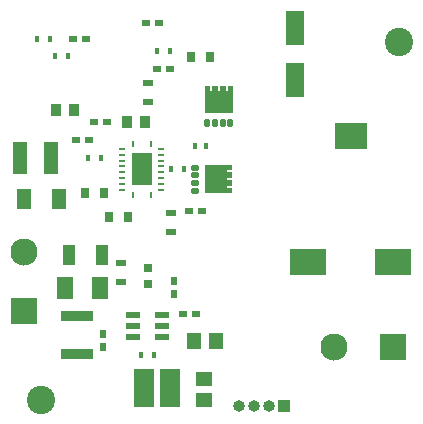
<source format=gts>
%TF.GenerationSoftware,KiCad,Pcbnew,9.0.0*%
%TF.CreationDate,2025-03-07T10:14:08+01:00*%
%TF.ProjectId,converter1A,636f6e76-6572-4746-9572-31412e6b6963,rev?*%
%TF.SameCoordinates,Original*%
%TF.FileFunction,Soldermask,Top*%
%TF.FilePolarity,Negative*%
%FSLAX46Y46*%
G04 Gerber Fmt 4.6, Leading zero omitted, Abs format (unit mm)*
G04 Created by KiCad (PCBNEW 9.0.0) date 2025-03-07 10:14:08*
%MOMM*%
%LPD*%
G01*
G04 APERTURE LIST*
G04 Aperture macros list*
%AMRoundRect*
0 Rectangle with rounded corners*
0 $1 Rounding radius*
0 $2 $3 $4 $5 $6 $7 $8 $9 X,Y pos of 4 corners*
0 Add a 4 corners polygon primitive as box body*
4,1,4,$2,$3,$4,$5,$6,$7,$8,$9,$2,$3,0*
0 Add four circle primitives for the rounded corners*
1,1,$1+$1,$2,$3*
1,1,$1+$1,$4,$5*
1,1,$1+$1,$6,$7*
1,1,$1+$1,$8,$9*
0 Add four rect primitives between the rounded corners*
20,1,$1+$1,$2,$3,$4,$5,0*
20,1,$1+$1,$4,$5,$6,$7,0*
20,1,$1+$1,$6,$7,$8,$9,0*
20,1,$1+$1,$8,$9,$2,$3,0*%
%AMFreePoly0*
4,1,17,1.371000,0.720000,0.950000,0.720000,0.950000,0.580000,1.370000,0.580000,1.370000,0.080000,0.950000,0.080000,0.950000,-0.080000,1.370000,-0.080000,1.370000,-0.580000,0.950000,-0.580000,0.950000,-0.720000,1.370000,-0.720000,1.370000,-1.225000,-0.950000,-1.225000,-0.950000,1.225000,1.371000,1.225000,1.371000,0.720000,1.371000,0.720000,$1*%
G04 Aperture macros list end*
%ADD10R,1.200000X0.600000*%
%ADD11R,0.850000X1.000000*%
%ADD12R,0.600000X0.750000*%
%ADD13R,0.800000X0.950000*%
%ADD14R,0.750000X0.600000*%
%ADD15R,0.940000X0.540000*%
%ADD16C,2.400000*%
%ADD17R,1.170000X1.820000*%
%ADD18R,2.300000X2.300000*%
%ADD19C,2.300000*%
%ADD20R,0.420000X0.620000*%
%ADD21R,1.070000X1.820000*%
%ADD22R,1.750000X3.200000*%
%ADD23R,2.820000X0.810000*%
%ADD24R,1.450000X1.150000*%
%ADD25R,1.400000X1.950000*%
%ADD26RoundRect,0.125000X-0.190000X-0.125000X0.190000X-0.125000X0.190000X0.125000X-0.190000X0.125000X0*%
%ADD27FreePoly0,0.000000*%
%ADD28R,1.150000X1.450000*%
%ADD29R,1.600000X3.000000*%
%ADD30R,0.450000X0.600000*%
%ADD31R,1.000000X1.000000*%
%ADD32O,1.000000X1.000000*%
%ADD33R,0.700000X0.650000*%
%ADD34R,0.250000X0.600000*%
%ADD35R,0.600000X0.250000*%
%ADD36R,1.700000X2.700000*%
%ADD37R,1.260000X2.720000*%
%ADD38RoundRect,0.125000X0.125000X-0.190000X0.125000X0.190000X-0.125000X0.190000X-0.125000X-0.190000X0*%
%ADD39FreePoly0,90.000000*%
%ADD40R,3.070000X2.260000*%
%ADD41R,2.770000X2.260000*%
G04 APERTURE END LIST*
D10*
%TO.C,IC3*%
X178250000Y-102700000D03*
X178250000Y-101750000D03*
X178250000Y-100800000D03*
X175750000Y-100800000D03*
X175750000Y-101750000D03*
X175750000Y-102700000D03*
%TD*%
D11*
%TO.C,R6*%
X170750000Y-83500000D03*
X169250000Y-83500000D03*
%TD*%
D12*
%TO.C,R1*%
X179250000Y-99050000D03*
X179250000Y-97950000D03*
%TD*%
D13*
%TO.C,R2*%
X173700000Y-92500000D03*
X175300000Y-92500000D03*
%TD*%
D14*
%TO.C,R12*%
X178850000Y-80000000D03*
X177750000Y-80000000D03*
%TD*%
%TO.C,R4*%
X181050000Y-100750000D03*
X179950000Y-100750000D03*
%TD*%
%TO.C,R11*%
X180500000Y-92000000D03*
X181600000Y-92000000D03*
%TD*%
D15*
%TO.C,C6*%
X174750000Y-98050000D03*
X174750000Y-96450000D03*
%TD*%
D16*
%TO.C,H3*%
X168000000Y-108000000D03*
%TD*%
D17*
%TO.C,F1*%
X166530000Y-91000000D03*
X169470000Y-91000000D03*
%TD*%
D18*
%TO.C,J3*%
X166500000Y-100525000D03*
D19*
X166500000Y-95525000D03*
%TD*%
D20*
%TO.C,C1*%
X176450000Y-104250000D03*
X177550000Y-104250000D03*
%TD*%
%TO.C,C13*%
X169160000Y-78920000D03*
X170260000Y-78920000D03*
%TD*%
D21*
%TO.C,C16*%
X170370000Y-95750000D03*
X173130000Y-95750000D03*
%TD*%
D14*
%TO.C,R13*%
X170685000Y-77420000D03*
X171785000Y-77420000D03*
%TD*%
D22*
%TO.C,L2*%
X176650000Y-107000000D03*
X178850000Y-107000000D03*
%TD*%
D18*
%TO.C,J1*%
X197740000Y-103540000D03*
D19*
X192740000Y-103540000D03*
%TD*%
D23*
%TO.C,C21*%
X171000000Y-104100000D03*
X171000000Y-100900000D03*
%TD*%
D20*
%TO.C,C10*%
X178950000Y-88500000D03*
X180050000Y-88500000D03*
%TD*%
D15*
%TO.C,C8*%
X177000000Y-82800000D03*
X177000000Y-81200000D03*
%TD*%
D13*
%TO.C,R9*%
X173300000Y-90500000D03*
X171700000Y-90500000D03*
%TD*%
D24*
%TO.C,C2*%
X181750000Y-106250000D03*
X181750000Y-108050000D03*
%TD*%
D25*
%TO.C,L4*%
X170000000Y-98500000D03*
X173000000Y-98500000D03*
%TD*%
D16*
%TO.C,H2*%
X198300000Y-77720000D03*
%TD*%
D26*
%TO.C,Q2*%
X181000000Y-88360000D03*
X181000000Y-89000000D03*
X181000000Y-89660000D03*
X181000000Y-90300000D03*
D27*
X182825000Y-89330000D03*
%TD*%
D28*
%TO.C,C3*%
X180950000Y-103000000D03*
X182750000Y-103000000D03*
%TD*%
D29*
%TO.C,C15*%
X189500000Y-80900000D03*
X189500000Y-76500000D03*
%TD*%
D14*
%TO.C,R5*%
X173550000Y-84500000D03*
X172450000Y-84500000D03*
%TD*%
D30*
%TO.C,C17*%
X181025000Y-86500000D03*
X181975000Y-86500000D03*
%TD*%
D31*
%TO.C,J4*%
X188540000Y-108500000D03*
D32*
X187270000Y-108500000D03*
X186000000Y-108500000D03*
X184730000Y-108500000D03*
%TD*%
D33*
%TO.C,C5*%
X177000000Y-98175000D03*
X177000000Y-96825000D03*
%TD*%
D34*
%TO.C,IC2*%
X175750000Y-86350000D03*
D35*
X174850000Y-86750000D03*
X174850000Y-87250000D03*
X174850000Y-87750000D03*
X174850000Y-88250000D03*
X174850000Y-88750000D03*
X174850000Y-89250000D03*
X174850000Y-89750000D03*
X174850000Y-90250000D03*
D34*
X175750000Y-90650000D03*
X177250000Y-90650000D03*
D35*
X178150000Y-90250000D03*
X178150000Y-89750000D03*
X178150000Y-89250000D03*
X178150000Y-88750000D03*
X178150000Y-88250000D03*
X178150000Y-87750000D03*
X178150000Y-87250000D03*
X178150000Y-86750000D03*
D34*
X177250000Y-86350000D03*
D36*
X176500000Y-88500000D03*
%TD*%
D37*
%TO.C,C7*%
X168830000Y-87500000D03*
X166170000Y-87500000D03*
%TD*%
D12*
%TO.C,R14*%
X173250000Y-102450000D03*
X173250000Y-103550000D03*
%TD*%
D20*
%TO.C,C11*%
X177750000Y-78500000D03*
X178850000Y-78500000D03*
%TD*%
D13*
%TO.C,R10*%
X182300000Y-79000000D03*
X180700000Y-79000000D03*
%TD*%
D20*
%TO.C,C9*%
X173050000Y-87500000D03*
X171950000Y-87500000D03*
%TD*%
D14*
%TO.C,R7*%
X172050000Y-86000000D03*
X170950000Y-86000000D03*
%TD*%
D11*
%TO.C,R8*%
X175250000Y-84500000D03*
X176750000Y-84500000D03*
%TD*%
D14*
%TO.C,R15*%
X176860000Y-76120000D03*
X177960000Y-76120000D03*
%TD*%
D38*
%TO.C,Q1*%
X182057500Y-84610000D03*
X182697500Y-84610000D03*
X183357500Y-84610000D03*
X183997500Y-84610000D03*
D39*
X183027500Y-82785000D03*
%TD*%
D15*
%TO.C,C14*%
X179000000Y-92200000D03*
X179000000Y-93800000D03*
%TD*%
D40*
%TO.C,L1*%
X190575000Y-96320000D03*
X197785000Y-96320000D03*
D41*
X194180000Y-85680000D03*
%TD*%
D20*
%TO.C,C12*%
X167610000Y-77420000D03*
X168710000Y-77420000D03*
%TD*%
M02*

</source>
